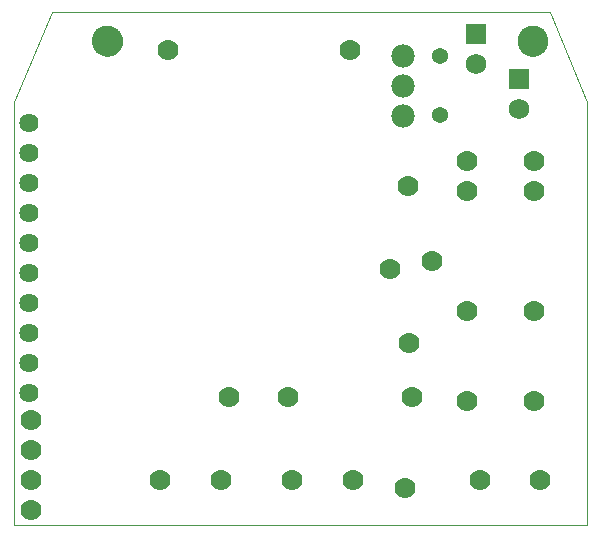
<source format=gbs>
G75*
%MOIN*%
%OFA0B0*%
%FSLAX25Y25*%
%IPPOS*%
%LPD*%
%AMOC8*
5,1,8,0,0,1.08239X$1,22.5*
%
%ADD10C,0.00000*%
%ADD11C,0.10243*%
%ADD12C,0.07000*%
%ADD13C,0.07800*%
%ADD14R,0.06900X0.06900*%
%ADD15C,0.06900*%
%ADD16C,0.06400*%
%ADD17C,0.05400*%
D10*
X0005860Y0003000D02*
X0005860Y0144000D01*
X0018360Y0174000D01*
X0184360Y0174000D01*
X0196860Y0144000D01*
X0196860Y0003000D01*
X0005860Y0003000D01*
X0031935Y0164417D02*
X0031937Y0164557D01*
X0031943Y0164697D01*
X0031953Y0164836D01*
X0031967Y0164975D01*
X0031985Y0165114D01*
X0032006Y0165252D01*
X0032032Y0165390D01*
X0032062Y0165527D01*
X0032095Y0165662D01*
X0032133Y0165797D01*
X0032174Y0165931D01*
X0032219Y0166064D01*
X0032267Y0166195D01*
X0032320Y0166324D01*
X0032376Y0166453D01*
X0032435Y0166579D01*
X0032499Y0166704D01*
X0032565Y0166827D01*
X0032636Y0166948D01*
X0032709Y0167067D01*
X0032786Y0167184D01*
X0032867Y0167298D01*
X0032950Y0167410D01*
X0033037Y0167520D01*
X0033127Y0167628D01*
X0033219Y0167732D01*
X0033315Y0167834D01*
X0033414Y0167934D01*
X0033515Y0168030D01*
X0033619Y0168124D01*
X0033726Y0168214D01*
X0033835Y0168301D01*
X0033947Y0168386D01*
X0034061Y0168467D01*
X0034177Y0168545D01*
X0034295Y0168619D01*
X0034416Y0168690D01*
X0034538Y0168758D01*
X0034663Y0168822D01*
X0034789Y0168883D01*
X0034916Y0168940D01*
X0035046Y0168993D01*
X0035177Y0169043D01*
X0035309Y0169088D01*
X0035442Y0169131D01*
X0035577Y0169169D01*
X0035712Y0169203D01*
X0035849Y0169234D01*
X0035986Y0169261D01*
X0036124Y0169283D01*
X0036263Y0169302D01*
X0036402Y0169317D01*
X0036541Y0169328D01*
X0036681Y0169335D01*
X0036821Y0169338D01*
X0036961Y0169337D01*
X0037101Y0169332D01*
X0037240Y0169323D01*
X0037380Y0169310D01*
X0037519Y0169293D01*
X0037657Y0169272D01*
X0037795Y0169248D01*
X0037932Y0169219D01*
X0038068Y0169187D01*
X0038203Y0169150D01*
X0038337Y0169110D01*
X0038470Y0169066D01*
X0038601Y0169018D01*
X0038731Y0168967D01*
X0038860Y0168912D01*
X0038987Y0168853D01*
X0039112Y0168790D01*
X0039235Y0168725D01*
X0039357Y0168655D01*
X0039476Y0168582D01*
X0039594Y0168506D01*
X0039709Y0168427D01*
X0039822Y0168344D01*
X0039932Y0168258D01*
X0040040Y0168169D01*
X0040145Y0168077D01*
X0040248Y0167982D01*
X0040348Y0167884D01*
X0040445Y0167784D01*
X0040539Y0167680D01*
X0040631Y0167574D01*
X0040719Y0167466D01*
X0040804Y0167355D01*
X0040886Y0167241D01*
X0040965Y0167125D01*
X0041040Y0167008D01*
X0041112Y0166888D01*
X0041180Y0166766D01*
X0041245Y0166642D01*
X0041307Y0166516D01*
X0041365Y0166389D01*
X0041419Y0166260D01*
X0041470Y0166129D01*
X0041516Y0165997D01*
X0041559Y0165864D01*
X0041599Y0165730D01*
X0041634Y0165595D01*
X0041666Y0165458D01*
X0041693Y0165321D01*
X0041717Y0165183D01*
X0041737Y0165045D01*
X0041753Y0164906D01*
X0041765Y0164766D01*
X0041773Y0164627D01*
X0041777Y0164487D01*
X0041777Y0164347D01*
X0041773Y0164207D01*
X0041765Y0164068D01*
X0041753Y0163928D01*
X0041737Y0163789D01*
X0041717Y0163651D01*
X0041693Y0163513D01*
X0041666Y0163376D01*
X0041634Y0163239D01*
X0041599Y0163104D01*
X0041559Y0162970D01*
X0041516Y0162837D01*
X0041470Y0162705D01*
X0041419Y0162574D01*
X0041365Y0162445D01*
X0041307Y0162318D01*
X0041245Y0162192D01*
X0041180Y0162068D01*
X0041112Y0161946D01*
X0041040Y0161826D01*
X0040965Y0161709D01*
X0040886Y0161593D01*
X0040804Y0161479D01*
X0040719Y0161368D01*
X0040631Y0161260D01*
X0040539Y0161154D01*
X0040445Y0161050D01*
X0040348Y0160950D01*
X0040248Y0160852D01*
X0040145Y0160757D01*
X0040040Y0160665D01*
X0039932Y0160576D01*
X0039822Y0160490D01*
X0039709Y0160407D01*
X0039594Y0160328D01*
X0039476Y0160252D01*
X0039357Y0160179D01*
X0039235Y0160109D01*
X0039112Y0160044D01*
X0038987Y0159981D01*
X0038860Y0159922D01*
X0038731Y0159867D01*
X0038601Y0159816D01*
X0038470Y0159768D01*
X0038337Y0159724D01*
X0038203Y0159684D01*
X0038068Y0159647D01*
X0037932Y0159615D01*
X0037795Y0159586D01*
X0037657Y0159562D01*
X0037519Y0159541D01*
X0037380Y0159524D01*
X0037240Y0159511D01*
X0037101Y0159502D01*
X0036961Y0159497D01*
X0036821Y0159496D01*
X0036681Y0159499D01*
X0036541Y0159506D01*
X0036402Y0159517D01*
X0036263Y0159532D01*
X0036124Y0159551D01*
X0035986Y0159573D01*
X0035849Y0159600D01*
X0035712Y0159631D01*
X0035577Y0159665D01*
X0035442Y0159703D01*
X0035309Y0159746D01*
X0035177Y0159791D01*
X0035046Y0159841D01*
X0034916Y0159894D01*
X0034789Y0159951D01*
X0034663Y0160012D01*
X0034538Y0160076D01*
X0034416Y0160144D01*
X0034295Y0160215D01*
X0034177Y0160289D01*
X0034061Y0160367D01*
X0033947Y0160448D01*
X0033835Y0160533D01*
X0033726Y0160620D01*
X0033619Y0160710D01*
X0033515Y0160804D01*
X0033414Y0160900D01*
X0033315Y0161000D01*
X0033219Y0161102D01*
X0033127Y0161206D01*
X0033037Y0161314D01*
X0032950Y0161424D01*
X0032867Y0161536D01*
X0032786Y0161650D01*
X0032709Y0161767D01*
X0032636Y0161886D01*
X0032565Y0162007D01*
X0032499Y0162130D01*
X0032435Y0162255D01*
X0032376Y0162381D01*
X0032320Y0162510D01*
X0032267Y0162639D01*
X0032219Y0162770D01*
X0032174Y0162903D01*
X0032133Y0163037D01*
X0032095Y0163172D01*
X0032062Y0163307D01*
X0032032Y0163444D01*
X0032006Y0163582D01*
X0031985Y0163720D01*
X0031967Y0163859D01*
X0031953Y0163998D01*
X0031943Y0164137D01*
X0031937Y0164277D01*
X0031935Y0164417D01*
X0173667Y0164417D02*
X0173669Y0164557D01*
X0173675Y0164697D01*
X0173685Y0164836D01*
X0173699Y0164975D01*
X0173717Y0165114D01*
X0173738Y0165252D01*
X0173764Y0165390D01*
X0173794Y0165527D01*
X0173827Y0165662D01*
X0173865Y0165797D01*
X0173906Y0165931D01*
X0173951Y0166064D01*
X0173999Y0166195D01*
X0174052Y0166324D01*
X0174108Y0166453D01*
X0174167Y0166579D01*
X0174231Y0166704D01*
X0174297Y0166827D01*
X0174368Y0166948D01*
X0174441Y0167067D01*
X0174518Y0167184D01*
X0174599Y0167298D01*
X0174682Y0167410D01*
X0174769Y0167520D01*
X0174859Y0167628D01*
X0174951Y0167732D01*
X0175047Y0167834D01*
X0175146Y0167934D01*
X0175247Y0168030D01*
X0175351Y0168124D01*
X0175458Y0168214D01*
X0175567Y0168301D01*
X0175679Y0168386D01*
X0175793Y0168467D01*
X0175909Y0168545D01*
X0176027Y0168619D01*
X0176148Y0168690D01*
X0176270Y0168758D01*
X0176395Y0168822D01*
X0176521Y0168883D01*
X0176648Y0168940D01*
X0176778Y0168993D01*
X0176909Y0169043D01*
X0177041Y0169088D01*
X0177174Y0169131D01*
X0177309Y0169169D01*
X0177444Y0169203D01*
X0177581Y0169234D01*
X0177718Y0169261D01*
X0177856Y0169283D01*
X0177995Y0169302D01*
X0178134Y0169317D01*
X0178273Y0169328D01*
X0178413Y0169335D01*
X0178553Y0169338D01*
X0178693Y0169337D01*
X0178833Y0169332D01*
X0178972Y0169323D01*
X0179112Y0169310D01*
X0179251Y0169293D01*
X0179389Y0169272D01*
X0179527Y0169248D01*
X0179664Y0169219D01*
X0179800Y0169187D01*
X0179935Y0169150D01*
X0180069Y0169110D01*
X0180202Y0169066D01*
X0180333Y0169018D01*
X0180463Y0168967D01*
X0180592Y0168912D01*
X0180719Y0168853D01*
X0180844Y0168790D01*
X0180967Y0168725D01*
X0181089Y0168655D01*
X0181208Y0168582D01*
X0181326Y0168506D01*
X0181441Y0168427D01*
X0181554Y0168344D01*
X0181664Y0168258D01*
X0181772Y0168169D01*
X0181877Y0168077D01*
X0181980Y0167982D01*
X0182080Y0167884D01*
X0182177Y0167784D01*
X0182271Y0167680D01*
X0182363Y0167574D01*
X0182451Y0167466D01*
X0182536Y0167355D01*
X0182618Y0167241D01*
X0182697Y0167125D01*
X0182772Y0167008D01*
X0182844Y0166888D01*
X0182912Y0166766D01*
X0182977Y0166642D01*
X0183039Y0166516D01*
X0183097Y0166389D01*
X0183151Y0166260D01*
X0183202Y0166129D01*
X0183248Y0165997D01*
X0183291Y0165864D01*
X0183331Y0165730D01*
X0183366Y0165595D01*
X0183398Y0165458D01*
X0183425Y0165321D01*
X0183449Y0165183D01*
X0183469Y0165045D01*
X0183485Y0164906D01*
X0183497Y0164766D01*
X0183505Y0164627D01*
X0183509Y0164487D01*
X0183509Y0164347D01*
X0183505Y0164207D01*
X0183497Y0164068D01*
X0183485Y0163928D01*
X0183469Y0163789D01*
X0183449Y0163651D01*
X0183425Y0163513D01*
X0183398Y0163376D01*
X0183366Y0163239D01*
X0183331Y0163104D01*
X0183291Y0162970D01*
X0183248Y0162837D01*
X0183202Y0162705D01*
X0183151Y0162574D01*
X0183097Y0162445D01*
X0183039Y0162318D01*
X0182977Y0162192D01*
X0182912Y0162068D01*
X0182844Y0161946D01*
X0182772Y0161826D01*
X0182697Y0161709D01*
X0182618Y0161593D01*
X0182536Y0161479D01*
X0182451Y0161368D01*
X0182363Y0161260D01*
X0182271Y0161154D01*
X0182177Y0161050D01*
X0182080Y0160950D01*
X0181980Y0160852D01*
X0181877Y0160757D01*
X0181772Y0160665D01*
X0181664Y0160576D01*
X0181554Y0160490D01*
X0181441Y0160407D01*
X0181326Y0160328D01*
X0181208Y0160252D01*
X0181089Y0160179D01*
X0180967Y0160109D01*
X0180844Y0160044D01*
X0180719Y0159981D01*
X0180592Y0159922D01*
X0180463Y0159867D01*
X0180333Y0159816D01*
X0180202Y0159768D01*
X0180069Y0159724D01*
X0179935Y0159684D01*
X0179800Y0159647D01*
X0179664Y0159615D01*
X0179527Y0159586D01*
X0179389Y0159562D01*
X0179251Y0159541D01*
X0179112Y0159524D01*
X0178972Y0159511D01*
X0178833Y0159502D01*
X0178693Y0159497D01*
X0178553Y0159496D01*
X0178413Y0159499D01*
X0178273Y0159506D01*
X0178134Y0159517D01*
X0177995Y0159532D01*
X0177856Y0159551D01*
X0177718Y0159573D01*
X0177581Y0159600D01*
X0177444Y0159631D01*
X0177309Y0159665D01*
X0177174Y0159703D01*
X0177041Y0159746D01*
X0176909Y0159791D01*
X0176778Y0159841D01*
X0176648Y0159894D01*
X0176521Y0159951D01*
X0176395Y0160012D01*
X0176270Y0160076D01*
X0176148Y0160144D01*
X0176027Y0160215D01*
X0175909Y0160289D01*
X0175793Y0160367D01*
X0175679Y0160448D01*
X0175567Y0160533D01*
X0175458Y0160620D01*
X0175351Y0160710D01*
X0175247Y0160804D01*
X0175146Y0160900D01*
X0175047Y0161000D01*
X0174951Y0161102D01*
X0174859Y0161206D01*
X0174769Y0161314D01*
X0174682Y0161424D01*
X0174599Y0161536D01*
X0174518Y0161650D01*
X0174441Y0161767D01*
X0174368Y0161886D01*
X0174297Y0162007D01*
X0174231Y0162130D01*
X0174167Y0162255D01*
X0174108Y0162381D01*
X0174052Y0162510D01*
X0173999Y0162639D01*
X0173951Y0162770D01*
X0173906Y0162903D01*
X0173865Y0163037D01*
X0173827Y0163172D01*
X0173794Y0163307D01*
X0173764Y0163444D01*
X0173738Y0163582D01*
X0173717Y0163720D01*
X0173699Y0163859D01*
X0173685Y0163998D01*
X0173675Y0164137D01*
X0173669Y0164277D01*
X0173667Y0164417D01*
D11*
X0178588Y0164417D03*
X0036856Y0164417D03*
D12*
X0057045Y0161374D03*
X0117675Y0161374D03*
X0156742Y0124256D03*
X0156742Y0114256D03*
X0137041Y0116055D03*
X0145195Y0091144D03*
X0130954Y0088370D03*
X0156742Y0074256D03*
X0137525Y0063856D03*
X0138510Y0045675D03*
X0156742Y0044256D03*
X0178954Y0044256D03*
X0181096Y0018000D03*
X0161017Y0018000D03*
X0136143Y0015354D03*
X0118596Y0018000D03*
X0098517Y0018000D03*
X0074596Y0018000D03*
X0054517Y0018000D03*
X0077517Y0045626D03*
X0097203Y0045626D03*
X0178954Y0074256D03*
X0178954Y0114256D03*
X0178954Y0124256D03*
X0011360Y0038000D03*
X0011360Y0028000D03*
X0011360Y0018000D03*
X0011360Y0008000D03*
D13*
X0135360Y0139500D03*
X0135360Y0149500D03*
X0135360Y0159500D03*
D14*
X0159797Y0166681D03*
X0173935Y0151681D03*
D15*
X0173935Y0141681D03*
X0159797Y0156681D03*
D16*
X0010734Y0137067D03*
X0010734Y0127067D03*
X0010734Y0117067D03*
X0010734Y0107067D03*
X0010734Y0097067D03*
X0010734Y0087067D03*
X0010734Y0077067D03*
X0010734Y0067067D03*
X0010734Y0057067D03*
X0010734Y0047067D03*
D17*
X0147880Y0139614D03*
X0147880Y0159299D03*
M02*

</source>
